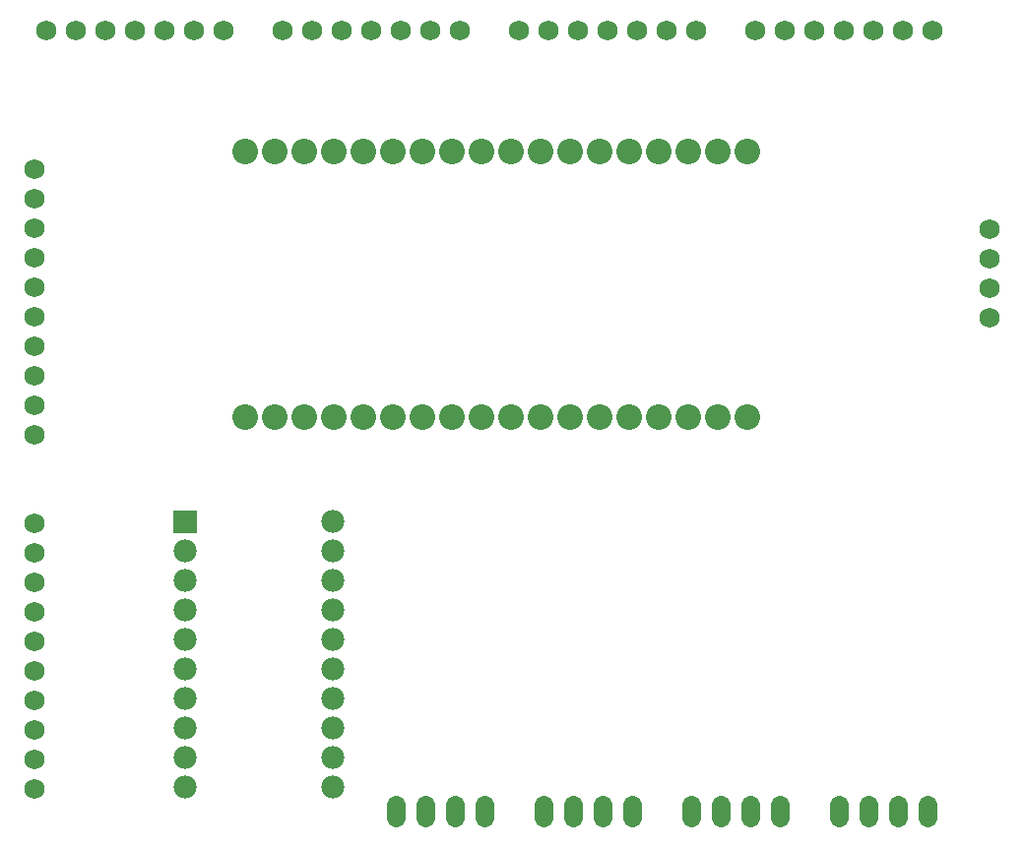
<source format=gbs>
G04 Layer: BottomSolderMaskLayer*
G04 EasyEDA v6.4.25, 2021-11-04T19:40:49--3:00*
G04 bceacf3c99fb4bb2a8aa43b2ed6fd2bc,9d8cb5f435b04c98b99c45f15073e7be,10*
G04 Gerber Generator version 0.2*
G04 Scale: 100 percent, Rotated: No, Reflected: No *
G04 Dimensions in millimeters *
G04 leading zeros omitted , absolute positions ,4 integer and 5 decimal *
%FSLAX45Y45*%
%MOMM*%

%ADD22C,1.6027*%
%ADD23C,1.9812*%
%ADD25C,1.7272*%
%ADD26C,2.2032*%

%LPD*%
D22*
X8458200Y109093D02*
G01*
X8458200Y221106D01*
X8712200Y109093D02*
G01*
X8712200Y221106D01*
X8966200Y109093D02*
G01*
X8966200Y221106D01*
X9220200Y109093D02*
G01*
X9220200Y221106D01*
X9728200Y109093D02*
G01*
X9728200Y221106D01*
X9982200Y109093D02*
G01*
X9982200Y221106D01*
X10236200Y109093D02*
G01*
X10236200Y221106D01*
X10490200Y109093D02*
G01*
X10490200Y221106D01*
X10998200Y109093D02*
G01*
X10998200Y221106D01*
X11252200Y109093D02*
G01*
X11252200Y221106D01*
X11506200Y109093D02*
G01*
X11506200Y221106D01*
X11760200Y109093D02*
G01*
X11760200Y221106D01*
X12268200Y109093D02*
G01*
X12268200Y221106D01*
X12522200Y109093D02*
G01*
X12522200Y221106D01*
X12776200Y109093D02*
G01*
X12776200Y221106D01*
X13030200Y109093D02*
G01*
X13030200Y221106D01*
D23*
G01*
X6642100Y1130300D03*
G01*
X6642100Y876300D03*
G01*
X6642100Y622300D03*
G01*
X6642100Y368300D03*
G01*
X6642100Y1384300D03*
G01*
X6642100Y2146300D03*
G01*
X6642100Y2400300D03*
G36*
X6543040Y2555239D02*
G01*
X6543040Y2753360D01*
X6741159Y2753360D01*
X6741159Y2555239D01*
G37*
G01*
X7912100Y368300D03*
G01*
X7912100Y622300D03*
G01*
X7912100Y876300D03*
G01*
X7912100Y1130300D03*
G01*
X7912100Y1384300D03*
G01*
X7912100Y1638300D03*
G01*
X7912100Y1892300D03*
G01*
X7912100Y2146300D03*
G01*
X7912100Y2400300D03*
G01*
X7912100Y2654300D03*
G01*
X6642100Y1638300D03*
G01*
X6642100Y1892300D03*
D25*
G01*
X6972300Y6883400D03*
G01*
X6718300Y6883400D03*
G01*
X6210300Y6883400D03*
G01*
X6464300Y6883400D03*
G01*
X5448300Y6883400D03*
G01*
X5702300Y6883400D03*
G01*
X5956300Y6883400D03*
G01*
X13563600Y4406900D03*
G01*
X13563600Y4660900D03*
G01*
X13563600Y4914900D03*
G01*
X13563600Y5168900D03*
G01*
X5346700Y355600D03*
G01*
X5346700Y609600D03*
G01*
X5346700Y863600D03*
G01*
X5346700Y1117600D03*
G01*
X5346700Y1371600D03*
G01*
X5346700Y1625600D03*
G01*
X5346700Y1879600D03*
G01*
X5346700Y2133600D03*
G01*
X5346700Y2387600D03*
G01*
X5346700Y2641600D03*
G01*
X11036300Y6883400D03*
G01*
X10782300Y6883400D03*
G01*
X10274300Y6883400D03*
G01*
X10528300Y6883400D03*
G01*
X9512300Y6883400D03*
G01*
X9766300Y6883400D03*
G01*
X10020300Y6883400D03*
D26*
G01*
X11480800Y5842000D03*
G01*
X11226800Y5842000D03*
G01*
X10972800Y5842000D03*
G01*
X10718800Y5842000D03*
G01*
X10464800Y5842000D03*
G01*
X10210800Y5842000D03*
G01*
X9956800Y5842000D03*
G01*
X9702800Y5842000D03*
G01*
X9448800Y5842000D03*
G01*
X9194800Y5842000D03*
G01*
X8940800Y5842000D03*
G01*
X8686800Y5842000D03*
G01*
X8432800Y5842000D03*
G01*
X8178800Y5842000D03*
G01*
X7924800Y5842000D03*
G01*
X7670800Y5842000D03*
G01*
X7416800Y5842000D03*
G01*
X7162800Y5842000D03*
G01*
X7162800Y3556000D03*
G01*
X7416800Y3556000D03*
G01*
X7670800Y3556000D03*
G01*
X7924800Y3556000D03*
G01*
X8178800Y3556000D03*
G01*
X8432800Y3556000D03*
G01*
X8686800Y3556000D03*
G01*
X8940800Y3556000D03*
G01*
X9194800Y3556000D03*
G01*
X9448800Y3556000D03*
G01*
X9702800Y3556000D03*
G01*
X9956800Y3556000D03*
G01*
X10210800Y3556000D03*
G01*
X10464800Y3556000D03*
G01*
X10718800Y3556000D03*
G01*
X10972800Y3556000D03*
G01*
X11226800Y3556000D03*
G01*
X11480800Y3556000D03*
D25*
G01*
X9004300Y6883400D03*
G01*
X8750300Y6883400D03*
G01*
X8242300Y6883400D03*
G01*
X8496300Y6883400D03*
G01*
X7480300Y6883400D03*
G01*
X7734300Y6883400D03*
G01*
X7988300Y6883400D03*
G01*
X13068300Y6883400D03*
G01*
X12814300Y6883400D03*
G01*
X12306300Y6883400D03*
G01*
X12560300Y6883400D03*
G01*
X11544300Y6883400D03*
G01*
X11798300Y6883400D03*
G01*
X12052300Y6883400D03*
G01*
X5346700Y3403600D03*
G01*
X5346700Y3657600D03*
G01*
X5346700Y3911600D03*
G01*
X5346700Y4165600D03*
G01*
X5346700Y4419600D03*
G01*
X5346700Y4673600D03*
G01*
X5346700Y4927600D03*
G01*
X5346700Y5181600D03*
G01*
X5346700Y5435600D03*
G01*
X5346700Y5689600D03*
M02*

</source>
